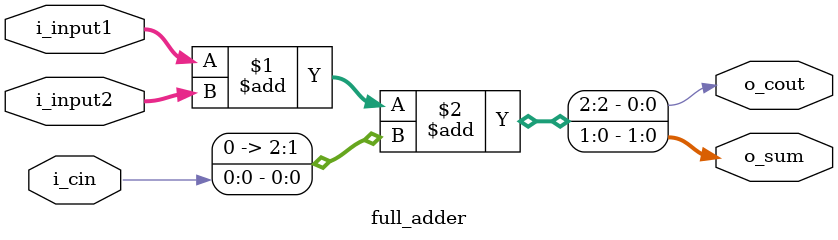
<source format=sv>
/* Copyright (c) 2025 Nazarbayev University. All rights reserved. */

// -------------------------------------------
// This is a simple 2-bit Full Adder module.
// -------------------------------------------

module full_adder 
#(
    parameter DATA_WIDTH = 2
) 
(
    // Input interface.
    input  logic [DATA_WIDTH - 1:0] i_input1,
    input  logic [DATA_WIDTH - 1:0] i_input2,
    input  logic                    i_cin,

    // Output interface.
    output logic [DATA_WIDTH - 1:0] o_sum,
    output logic                    o_cout
);
    // Adder logic.
    assign {o_cout, o_sum} = i_input1 + i_input2 + {1'b0, i_cin};
    
endmodule
</source>
